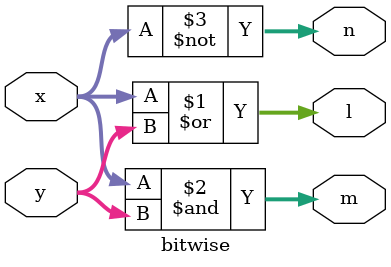
<source format=v>
module bitwise(l,m,n,x,y);
	output [3:0]l,m,n;
	input [3:0]x,y;
	assign l=x|y;
	assign m=x&y;
	assign n=~x;
endmodule


</source>
